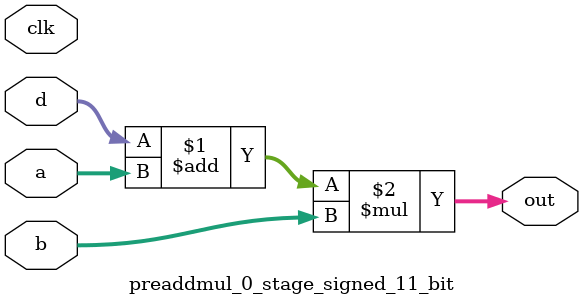
<source format=sv>
(* use_dsp = "yes" *) module preaddmul_0_stage_signed_11_bit(
	input signed [10:0] a,
	input signed [10:0] b,
	input signed [10:0] d,
	output [10:0] out,
	input clk);

	assign out = (d + a) * b;
endmodule

</source>
